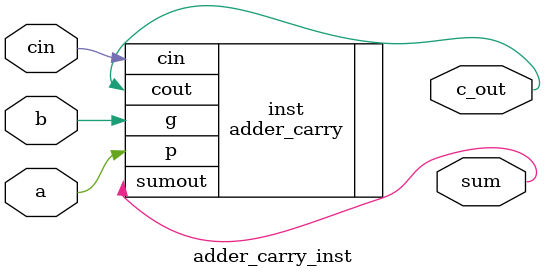
<source format=v>
module adder_carry_inst (
    input a,
    input b,
    input cin,
    output c_out,
    output sum
);

    adder_carry inst (.cin(cin),
                      .cout(c_out),
                      .sumout(sum),
                      .p(a),.g(b));

endmodule

</source>
